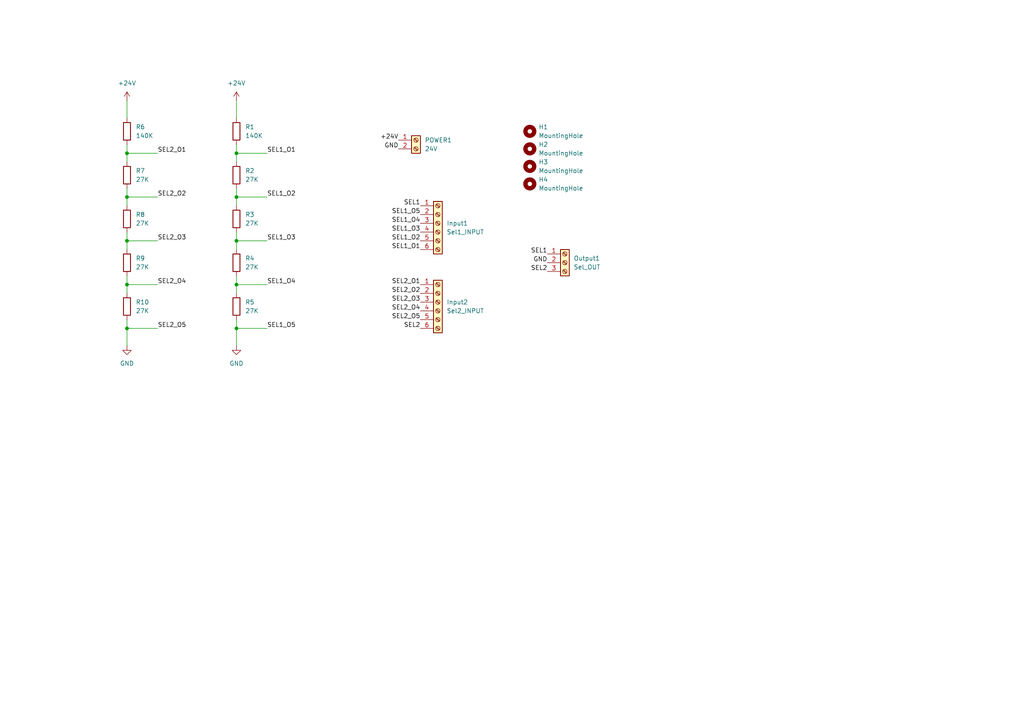
<source format=kicad_sch>
(kicad_sch (version 20211123) (generator eeschema)
  (paper "A4")
  (lib_symbols
    (symbol "Connector:Screw_Terminal_01x02" (pin_names (offset 1.016) hide)
      (property "Reference" "J" (at 0 2.54 0))
      (property "Value" "Screw_Terminal_01x02" (at 0 -5.08 0))
      (symbol "Screw_Terminal_01x02_1_1"
        (rectangle (start -1.27 1.27) (end 1.27 -3.81) (stroke (width 0.254)) (fill (type background)))
        (circle (center 0 -2.54) (radius 0.635) (stroke (width 0.1524)))
        (polyline (pts (xy -0.5334 -2.2098) (xy 0.3302 -3.048)) (stroke (width 0.1524)))
        (polyline (pts (xy -0.5334 0.3302) (xy 0.3302 -0.508)) (stroke (width 0.1524)))
        (polyline (pts (xy -0.3556 -2.032) (xy 0.508 -2.8702)) (stroke (width 0.1524)))
        (polyline (pts (xy -0.3556 0.508) (xy 0.508 -0.3302)) (stroke (width 0.1524)))
        (circle (center 0 0) (radius 0.635) (stroke (width 0.1524)))
        (pin passive line (at -5.08 0 0) (length 3.81) (name "Pin_1") (number "1"))
        (pin passive line (at -5.08 -2.54 0) (length 3.81) (name "Pin_2") (number "2"))
      )
    )
    (symbol "Connector:Screw_Terminal_01x03" (pin_names (offset 1.016) hide)
      (property "Reference" "J" (at 0 5.08 0))
      (property "Value" "Screw_Terminal_01x03" (at 0 -5.08 0))
      (symbol "Screw_Terminal_01x03_1_1"
        (rectangle (start -1.27 3.81) (end 1.27 -3.81) (stroke (width 0.254)) (fill (type background)))
        (circle (center 0 -2.54) (radius 0.635) (stroke (width 0.1524)))
        (polyline (pts (xy -0.5334 -2.2098) (xy 0.3302 -3.048)) (stroke (width 0.1524)))
        (polyline (pts (xy -0.5334 0.3302) (xy 0.3302 -0.508)) (stroke (width 0.1524)))
        (polyline (pts (xy -0.5334 2.8702) (xy 0.3302 2.032)) (stroke (width 0.1524)))
        (polyline (pts (xy -0.3556 -2.032) (xy 0.508 -2.8702)) (stroke (width 0.1524)))
        (polyline (pts (xy -0.3556 0.508) (xy 0.508 -0.3302)) (stroke (width 0.1524)))
        (polyline (pts (xy -0.3556 3.048) (xy 0.508 2.2098)) (stroke (width 0.1524)))
        (circle (center 0 0) (radius 0.635) (stroke (width 0.1524)))
        (circle (center 0 2.54) (radius 0.635) (stroke (width 0.1524)))
        (pin passive line (at -5.08 2.54 0) (length 3.81) (name "Pin_1") (number "1"))
        (pin passive line (at -5.08 0 0) (length 3.81) (name "Pin_2") (number "2"))
        (pin passive line (at -5.08 -2.54 0) (length 3.81) (name "Pin_3") (number "3"))
      )
    )
    (symbol "Connector:Screw_Terminal_01x06" (pin_names (offset 1.016) hide)
      (property "Reference" "J" (at 0 7.62 0))
      (property "Value" "Screw_Terminal_01x06" (at 0 -10.16 0))
      (symbol "Screw_Terminal_01x06_1_1"
        (rectangle (start -1.27 6.35) (end 1.27 -8.89) (stroke (width 0.254)) (fill (type background)))
        (circle (center 0 -7.62) (radius 0.635) (stroke (width 0.1524)))
        (circle (center 0 -5.08) (radius 0.635) (stroke (width 0.1524)))
        (circle (center 0 -2.54) (radius 0.635) (stroke (width 0.1524)))
        (polyline (pts (xy -0.5334 -7.2898) (xy 0.3302 -8.128)) (stroke (width 0.1524)))
        (polyline (pts (xy -0.5334 -4.7498) (xy 0.3302 -5.588)) (stroke (width 0.1524)))
        (polyline (pts (xy -0.5334 -2.2098) (xy 0.3302 -3.048)) (stroke (width 0.1524)))
        (polyline (pts (xy -0.5334 0.3302) (xy 0.3302 -0.508)) (stroke (width 0.1524)))
        (polyline (pts (xy -0.5334 2.8702) (xy 0.3302 2.032)) (stroke (width 0.1524)))
        (polyline (pts (xy -0.5334 5.4102) (xy 0.3302 4.572)) (stroke (width 0.1524)))
        (polyline (pts (xy -0.3556 -7.112) (xy 0.508 -7.9502)) (stroke (width 0.1524)))
        (polyline (pts (xy -0.3556 -4.572) (xy 0.508 -5.4102)) (stroke (width 0.1524)))
        (polyline (pts (xy -0.3556 -2.032) (xy 0.508 -2.8702)) (stroke (width 0.1524)))
        (polyline (pts (xy -0.3556 0.508) (xy 0.508 -0.3302)) (stroke (width 0.1524)))
        (polyline (pts (xy -0.3556 3.048) (xy 0.508 2.2098)) (stroke (width 0.1524)))
        (polyline (pts (xy -0.3556 5.588) (xy 0.508 4.7498)) (stroke (width 0.1524)))
        (circle (center 0 0) (radius 0.635) (stroke (width 0.1524)))
        (circle (center 0 2.54) (radius 0.635) (stroke (width 0.1524)))
        (circle (center 0 5.08) (radius 0.635) (stroke (width 0.1524)))
        (pin passive line (at -5.08 5.08 0) (length 3.81) (name "Pin_1") (number "1"))
        (pin passive line (at -5.08 2.54 0) (length 3.81) (name "Pin_2") (number "2"))
        (pin passive line (at -5.08 0 0) (length 3.81) (name "Pin_3") (number "3"))
        (pin passive line (at -5.08 -2.54 0) (length 3.81) (name "Pin_4") (number "4"))
        (pin passive line (at -5.08 -5.08 0) (length 3.81) (name "Pin_5") (number "5"))
        (pin passive line (at -5.08 -7.62 0) (length 3.81) (name "Pin_6") (number "6"))
      )
    )
    (symbol "Device:R" (pin_numbers hide) (pin_names (offset 0))
      (property "Reference" "R" (at 2.032 0 90))
      (property "Value" "R" (at 0 0 90))
      (symbol "R_0_1"
        (rectangle (start -1.016 -2.54) (end 1.016 2.54) (stroke (width 0.254)))
      )
      (symbol "R_1_1"
        (pin passive line (at 0 3.81 270) (length 1.27) (name "~") (number "1"))
        (pin passive line (at 0 -3.81 90) (length 1.27) (name "~") (number "2"))
      )
    )
    (symbol "Mechanical:MountingHole" (pin_names (offset 1.016))
      (property "Reference" "H" (at 0 5.08 0))
      (property "Value" "MountingHole" (at 0 3.175 0))
      (symbol "MountingHole_0_1"
        (circle (center 0 0) (radius 1.27) (stroke (width 1.27)))
      )
    )
    (symbol "power:+24V" (power) (pin_names (offset 0))
      (property "Value" "+24V" (at 0 3.556 0))
      (symbol "+24V_0_1"
        (polyline (pts (xy -0.762 1.27) (xy 0 2.54)))
        (polyline (pts (xy 0 0) (xy 0 2.54)))
        (polyline (pts (xy 0 2.54) (xy 0.762 1.27)))
      )
      (symbol "+24V_1_1"
        (pin power_in line (at 0 0 90) (length 0) hide (name "+24V") (number "1"))
      )
    )
    (symbol "power:GND" (power) (pin_names (offset 0))
      (property "Value" "GND" (at 0 -3.81 0))
      (symbol "GND_0_1"
        (polyline (pts (xy 0 0) (xy 0 -1.27) (xy 1.27 -1.27) (xy 0 -2.54) (xy -1.27 -1.27) (xy 0 -1.27)))
      )
      (symbol "GND_1_1"
        (pin power_in line (at 0 0 270) (length 0) hide (name "GND") (number "1"))
      )
    )
  )
  (junction (at 68.58 82.55))
  (junction (at 36.83 57.15))
  (junction (at 68.58 69.85))
  (junction (at 68.58 95.25))
  (junction (at 36.83 95.25))
  (junction (at 36.83 82.55))
  (junction (at 68.58 57.15))
  (junction (at 36.83 44.45))
  (junction (at 36.83 69.85))
  (junction (at 68.58 44.45))
  (wire (pts (xy 36.83 57.15) (xy 36.83 59.69)))
  (wire (pts (xy 36.83 92.71) (xy 36.83 95.25)))
  (wire (pts (xy 36.83 82.55) (xy 45.72 82.55)))
  (wire (pts (xy 36.83 41.91) (xy 36.83 44.45)))
  (wire (pts (xy 36.83 57.15) (xy 45.72 57.15)))
  (wire (pts (xy 68.58 44.45) (xy 77.47 44.45)))
  (wire (pts (xy 68.58 82.55) (xy 77.47 82.55)))
  (wire (pts (xy 68.58 29.21) (xy 68.58 34.29)))
  (wire (pts (xy 68.58 44.45) (xy 68.58 46.99)))
  (wire (pts (xy 68.58 57.15) (xy 68.58 59.69)))
  (wire (pts (xy 68.58 41.91) (xy 68.58 44.45)))
  (wire (pts (xy 36.83 69.85) (xy 36.83 72.39)))
  (wire (pts (xy 36.83 67.31) (xy 36.83 69.85)))
  (wire (pts (xy 36.83 44.45) (xy 36.83 46.99)))
  (wire (pts (xy 68.58 69.85) (xy 77.47 69.85)))
  (wire (pts (xy 68.58 82.55) (xy 68.58 85.09)))
  (wire (pts (xy 36.83 54.61) (xy 36.83 57.15)))
  (wire (pts (xy 36.83 95.25) (xy 45.72 95.25)))
  (wire (pts (xy 36.83 80.01) (xy 36.83 82.55)))
  (wire (pts (xy 68.58 54.61) (xy 68.58 57.15)))
  (wire (pts (xy 68.58 57.15) (xy 77.47 57.15)))
  (wire (pts (xy 68.58 67.31) (xy 68.58 69.85)))
  (wire (pts (xy 36.83 82.55) (xy 36.83 85.09)))
  (wire (pts (xy 68.58 95.25) (xy 68.58 100.33)))
  (wire (pts (xy 36.83 95.25) (xy 36.83 100.33)))
  (wire (pts (xy 68.58 69.85) (xy 68.58 72.39)))
  (wire (pts (xy 68.58 92.71) (xy 68.58 95.25)))
  (wire (pts (xy 68.58 95.25) (xy 77.47 95.25)))
  (wire (pts (xy 36.83 29.21) (xy 36.83 34.29)))
  (wire (pts (xy 36.83 69.85) (xy 45.72 69.85)))
  (wire (pts (xy 36.83 44.45) (xy 45.72 44.45)))
  (wire (pts (xy 68.58 80.01) (xy 68.58 82.55)))
  (label "SEL2_O2" (at 121.92 85.09 180))
  (label "SEL1_O1" (at 77.47 44.45 0))
  (label "SEL1" (at 158.75 73.66 180))
  (label "SEL1_O5" (at 121.92 62.23 180))
  (label "SEL2_O3" (at 45.72 69.85 0))
  (label "SEL2" (at 158.75 78.74 180))
  (label "SEL2" (at 121.92 95.25 180))
  (label "SEL2_O5" (at 45.72 95.25 0))
  (label "SEL2_O1" (at 121.92 82.55 180))
  (label "GND" (at 158.75 76.2 180))
  (label "SEL1_O3" (at 121.92 67.31 180))
  (label "SEL1_O5" (at 77.47 95.25 0))
  (label "SEL2_O3" (at 121.92 87.63 180))
  (label "SEL1_O1" (at 121.92 72.39 180))
  (label "SEL2_O5" (at 121.92 92.71 180))
  (label "SEL1_O4" (at 121.92 64.77 180))
  (label "SEL2_O4" (at 45.72 82.55 0))
  (label "SEL2_O4" (at 121.92 90.17 180))
  (label "SEL1_O3" (at 77.47 69.85 0))
  (label "+24V" (at 115.57 40.64 180))
  (label "SEL1" (at 121.92 59.69 180))
  (label "SEL2_O2" (at 45.72 57.15 0))
  (label "GND" (at 115.57 43.18 180))
  (label "SEL2_O1" (at 45.72 44.45 0))
  (label "SEL1_O4" (at 77.47 82.55 0))
  (label "SEL1_O2" (at 121.92 69.85 180))
  (label "SEL1_O2" (at 77.47 57.15 0))
  (symbol (lib_id "Device:R") (at 36.83 76.2 180) (unit 1)
    (property "Reference" "R9" (at 39.37 74.9299 0) (effects (justify right)))
    (property "Value" "27K" (at 39.37 77.4699 0) (effects (justify right)))
    (property "Footprint" "Resistor_THT:R_Axial_DIN0207_L6.3mm_D2.5mm_P7.62mm_Horizontal" (effects hide))
  )
  (symbol (lib_id "Mechanical:MountingHole") (at 153.67 43.18 0) (unit 1)
    (property "Reference" "H2" (at 156.21 41.9099 0) (effects (justify left)))
    (property "Value" "MountingHole" (at 156.21 44.4499 0) (effects (justify left)))
    (property "Footprint" "MountingHole:MountingHole_3.2mm_M3" (effects hide))
  )
  (symbol (lib_id "Connector:Screw_Terminal_01x06") (at 127 87.63 0) (unit 1)
    (property "Reference" "Input2" (at 129.54 87.6299 0) (effects (justify left)))
    (property "Value" "Sel2_INPUT" (at 129.54 90.1699 0) (effects (justify left)))
    (property "Footprint" "TerminalBlock:TerminalBlock_bornier-6_P5.08mm" (effects hide))
  )
  (symbol (lib_id "Mechanical:MountingHole") (at 153.67 38.1 0) (unit 1)
    (property "Reference" "H1" (at 156.21 36.8299 0) (effects (justify left)))
    (property "Value" "MountingHole" (at 156.21 39.3699 0) (effects (justify left)))
    (property "Footprint" "MountingHole:MountingHole_3.2mm_M3" (effects hide))
  )
  (symbol (lib_id "power:GND") (at 68.58 100.33 0) (unit 1)
    (property "Reference" "#PWR0102" (effects hide))
    (property "Value" "GND" (at 68.58 105.41 0))
  )
  (symbol (lib_id "Connector:Screw_Terminal_01x03") (at 163.83 76.2 0) (unit 1)
    (property "Reference" "Output1" (at 166.37 74.9299 0) (effects (justify left)))
    (property "Value" "Sel_OUT" (at 166.37 77.4699 0) (effects (justify left)))
    (property "Footprint" "TerminalBlock:TerminalBlock_bornier-3_P5.08mm" (effects hide))
  )
  (symbol (lib_id "Device:R") (at 36.83 38.1 180) (unit 1)
    (property "Reference" "R6" (at 39.37 36.8299 0) (effects (justify right)))
    (property "Value" "140K" (at 39.37 39.3699 0) (effects (justify right)))
    (property "Footprint" "Resistor_THT:R_Axial_DIN0207_L6.3mm_D2.5mm_P7.62mm_Horizontal" (effects hide))
  )
  (symbol (lib_id "power:+24V") (at 36.83 29.21 0) (unit 1)
    (property "Reference" "#PWR0104" (effects hide))
    (property "Value" "+24V" (at 36.83 24.13 0))
  )
  (symbol (lib_id "Device:R") (at 68.58 50.8 180) (unit 1)
    (property "Reference" "R2" (at 71.12 49.5299 0) (effects (justify right)))
    (property "Value" "27K" (at 71.12 52.0699 0) (effects (justify right)))
    (property "Footprint" "Resistor_THT:R_Axial_DIN0207_L6.3mm_D2.5mm_P7.62mm_Horizontal" (effects hide))
  )
  (symbol (lib_id "Device:R") (at 68.58 38.1 180) (unit 1)
    (property "Reference" "R1" (at 71.12 36.8299 0) (effects (justify right)))
    (property "Value" "140K" (at 71.12 39.3699 0) (effects (justify right)))
    (property "Footprint" "Resistor_THT:R_Axial_DIN0207_L6.3mm_D2.5mm_P7.62mm_Horizontal" (effects hide))
  )
  (symbol (lib_id "Connector:Screw_Terminal_01x06") (at 127 64.77 0) (unit 1)
    (property "Reference" "Input1" (at 129.54 64.7699 0) (effects (justify left)))
    (property "Value" "Sel1_INPUT" (at 129.54 67.3099 0) (effects (justify left)))
    (property "Footprint" "TerminalBlock:TerminalBlock_bornier-6_P5.08mm" (effects hide))
  )
  (symbol (lib_id "Mechanical:MountingHole") (at 153.67 48.26 0) (unit 1)
    (property "Reference" "H3" (at 156.21 46.9899 0) (effects (justify left)))
    (property "Value" "MountingHole" (at 156.21 49.5299 0) (effects (justify left)))
    (property "Footprint" "MountingHole:MountingHole_3.2mm_M3" (effects hide))
  )
  (symbol (lib_id "Mechanical:MountingHole") (at 153.67 53.34 0) (unit 1)
    (property "Reference" "H4" (at 156.21 52.0699 0) (effects (justify left)))
    (property "Value" "MountingHole" (at 156.21 54.6099 0) (effects (justify left)))
    (property "Footprint" "MountingHole:MountingHole_3.2mm_M3" (effects hide))
  )
  (symbol (lib_id "Connector:Screw_Terminal_01x02") (at 120.65 40.64 0) (unit 1)
    (property "Reference" "POWER1" (at 123.19 40.6399 0) (effects (justify left)))
    (property "Value" "24V" (at 123.19 43.1799 0) (effects (justify left)))
    (property "Footprint" "TerminalBlock:TerminalBlock_bornier-2_P5.08mm" (effects hide))
  )
  (symbol (lib_id "Device:R") (at 68.58 88.9 180) (unit 1)
    (property "Reference" "R5" (at 71.12 87.6299 0) (effects (justify right)))
    (property "Value" "27K" (at 71.12 90.1699 0) (effects (justify right)))
    (property "Footprint" "Resistor_THT:R_Axial_DIN0207_L6.3mm_D2.5mm_P7.62mm_Horizontal" (effects hide))
  )
  (symbol (lib_id "Device:R") (at 36.83 63.5 180) (unit 1)
    (property "Reference" "R8" (at 39.37 62.2299 0) (effects (justify right)))
    (property "Value" "27K" (at 39.37 64.7699 0) (effects (justify right)))
    (property "Footprint" "Resistor_THT:R_Axial_DIN0207_L6.3mm_D2.5mm_P7.62mm_Horizontal" (effects hide))
  )
  (symbol (lib_id "power:+24V") (at 68.58 29.21 0) (unit 1)
    (property "Reference" "#PWR0103" (effects hide))
    (property "Value" "+24V" (at 68.58 24.13 0))
  )
  (symbol (lib_id "Device:R") (at 68.58 76.2 180) (unit 1)
    (property "Reference" "R4" (at 71.12 74.9299 0) (effects (justify right)))
    (property "Value" "27K" (at 71.12 77.4699 0) (effects (justify right)))
    (property "Footprint" "Resistor_THT:R_Axial_DIN0207_L6.3mm_D2.5mm_P7.62mm_Horizontal" (effects hide))
  )
  (symbol (lib_id "Device:R") (at 36.83 88.9 180) (unit 1)
    (property "Reference" "R10" (at 39.37 87.6299 0) (effects (justify right)))
    (property "Value" "27K" (at 39.37 90.1699 0) (effects (justify right)))
    (property "Footprint" "Resistor_THT:R_Axial_DIN0207_L6.3mm_D2.5mm_P7.62mm_Horizontal" (effects hide))
  )
  (symbol (lib_id "Device:R") (at 68.58 63.5 180) (unit 1)
    (property "Reference" "R3" (at 71.12 62.2299 0) (effects (justify right)))
    (property "Value" "27K" (at 71.12 64.7699 0) (effects (justify right)))
    (property "Footprint" "Resistor_THT:R_Axial_DIN0207_L6.3mm_D2.5mm_P7.62mm_Horizontal" (effects hide))
  )
  (symbol (lib_id "Device:R") (at 36.83 50.8 180) (unit 1)
    (property "Reference" "R7" (at 39.37 49.5299 0) (effects (justify right)))
    (property "Value" "27K" (at 39.37 52.0699 0) (effects (justify right)))
    (property "Footprint" "Resistor_THT:R_Axial_DIN0207_L6.3mm_D2.5mm_P7.62mm_Horizontal" (effects hide))
  )
  (symbol (lib_id "power:GND") (at 36.83 100.33 0) (unit 1)
    (property "Reference" "#PWR0101" (effects hide))
    (property "Value" "GND" (at 36.83 105.41 0))
  )
)
</source>
